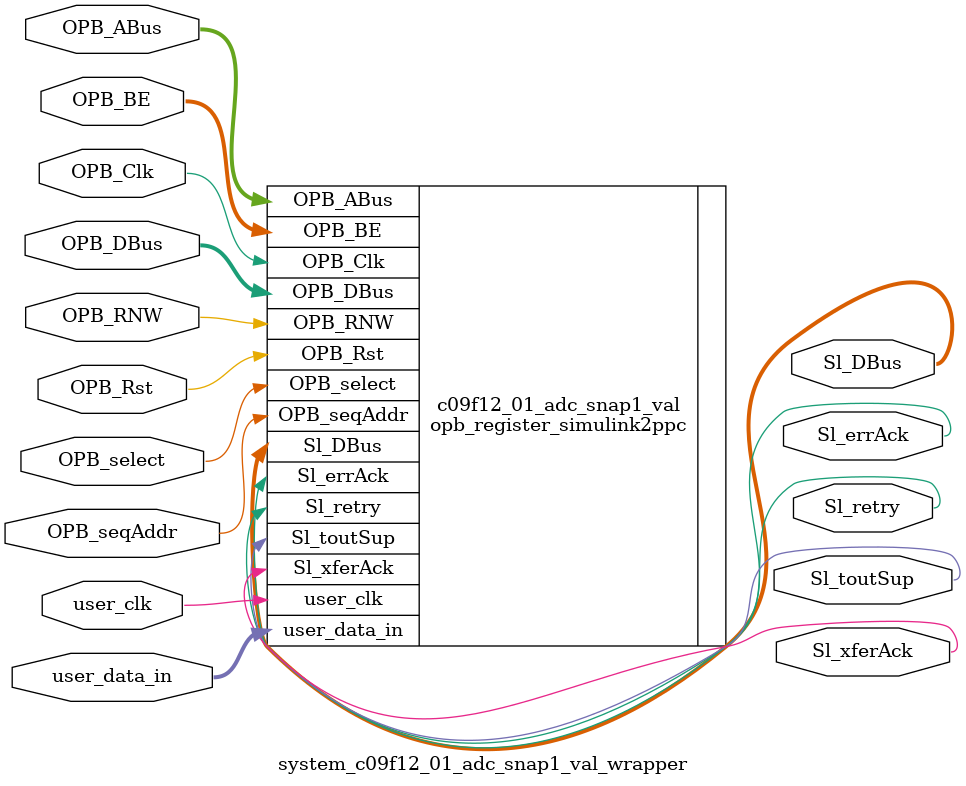
<source format=v>

module system_c09f12_01_adc_snap1_val_wrapper
  (
    OPB_Clk,
    OPB_Rst,
    Sl_DBus,
    Sl_errAck,
    Sl_retry,
    Sl_toutSup,
    Sl_xferAck,
    OPB_ABus,
    OPB_BE,
    OPB_DBus,
    OPB_RNW,
    OPB_select,
    OPB_seqAddr,
    user_data_in,
    user_clk
  );
  input OPB_Clk;
  input OPB_Rst;
  output [0:31] Sl_DBus;
  output Sl_errAck;
  output Sl_retry;
  output Sl_toutSup;
  output Sl_xferAck;
  input [0:31] OPB_ABus;
  input [0:3] OPB_BE;
  input [0:31] OPB_DBus;
  input OPB_RNW;
  input OPB_select;
  input OPB_seqAddr;
  input [31:0] user_data_in;
  input user_clk;

  opb_register_simulink2ppc
    #(
      .C_BASEADDR ( 32'h01004400 ),
      .C_HIGHADDR ( 32'h010044FF ),
      .C_OPB_AWIDTH ( 32 ),
      .C_OPB_DWIDTH ( 32 ),
      .C_FAMILY ( "virtex5" )
    )
    c09f12_01_adc_snap1_val (
      .OPB_Clk ( OPB_Clk ),
      .OPB_Rst ( OPB_Rst ),
      .Sl_DBus ( Sl_DBus ),
      .Sl_errAck ( Sl_errAck ),
      .Sl_retry ( Sl_retry ),
      .Sl_toutSup ( Sl_toutSup ),
      .Sl_xferAck ( Sl_xferAck ),
      .OPB_ABus ( OPB_ABus ),
      .OPB_BE ( OPB_BE ),
      .OPB_DBus ( OPB_DBus ),
      .OPB_RNW ( OPB_RNW ),
      .OPB_select ( OPB_select ),
      .OPB_seqAddr ( OPB_seqAddr ),
      .user_data_in ( user_data_in ),
      .user_clk ( user_clk )
    );

endmodule


</source>
